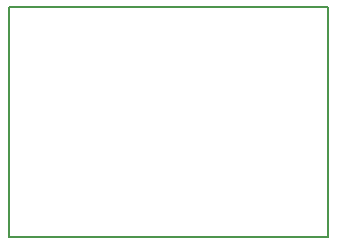
<source format=gbr>
G04 DipTrace 3.0.0.2*
G04 BoardOutline.gbr*
%MOMM*%
G04 #@! TF.FileFunction,Profile*
G04 #@! TF.Part,Single*
%ADD11C,0.1524*%
%FSLAX35Y35*%
G04*
G71*
G90*
G75*
G01*
G04 BoardOutline*
%LPD*%
X0Y0D2*
D11*
X2700000D1*
Y1950000D1*
X0D1*
Y0D1*
M02*

</source>
